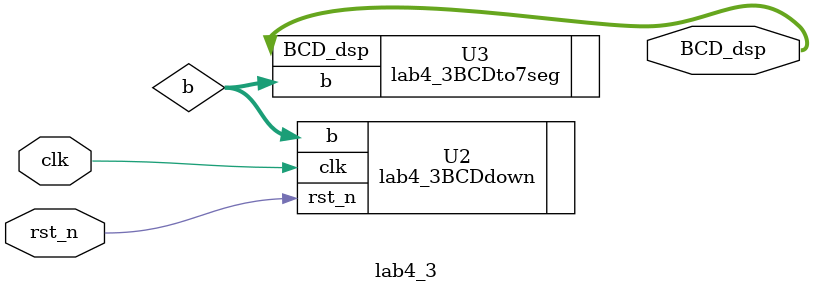
<source format=v>
`timescale 1ns / 1ps


module lab4_3(
rst_n,
clk,
BCD_dsp
    );
input rst_n,clk;
output [7:0]BCD_dsp;
wire [3:0]b;
lab4_3BCDdown U2 (.clk(clk),.rst_n(rst_n),.b(b));
lab4_3BCDto7seg U3 (.b(b),.BCD_dsp(BCD_dsp));

endmodule

</source>
